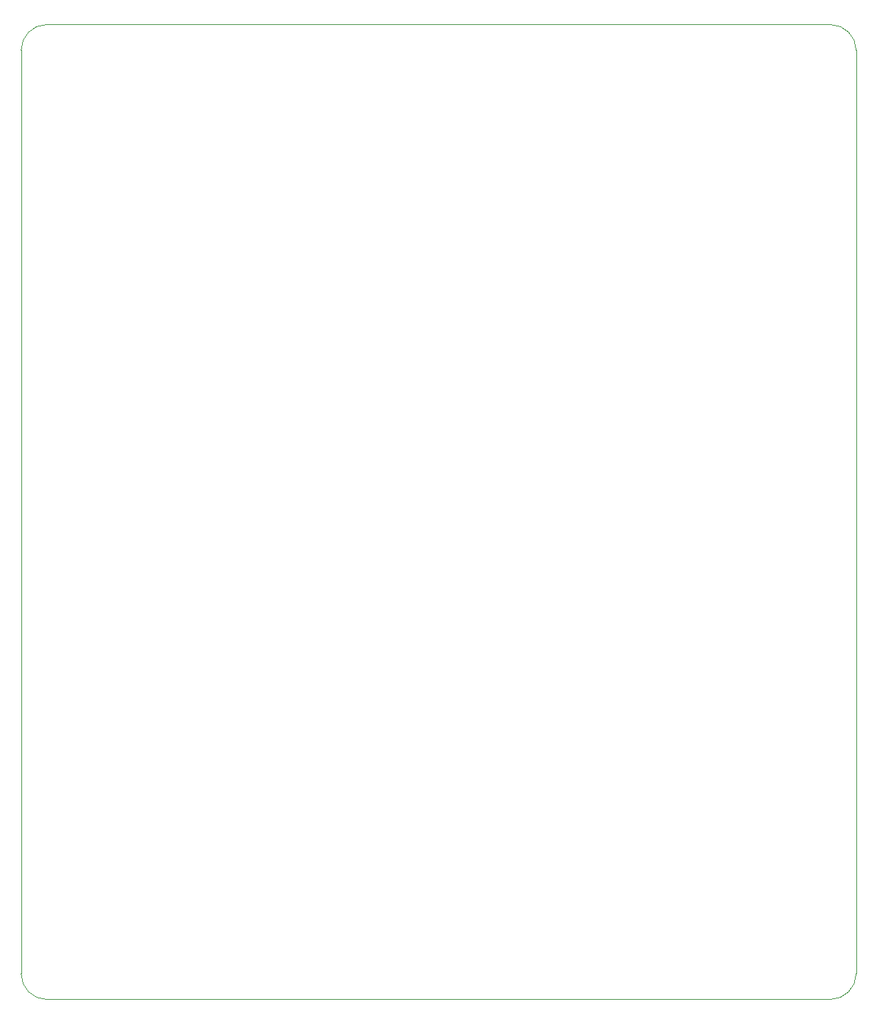
<source format=gbr>
%TF.GenerationSoftware,KiCad,Pcbnew,(5.1.6)-1*%
%TF.CreationDate,2020-06-15T22:18:44+02:00*%
%TF.ProjectId,numpad,6e756d70-6164-42e6-9b69-6361645f7063,rev?*%
%TF.SameCoordinates,Original*%
%TF.FileFunction,Profile,NP*%
%FSLAX46Y46*%
G04 Gerber Fmt 4.6, Leading zero omitted, Abs format (unit mm)*
G04 Created by KiCad (PCBNEW (5.1.6)-1) date 2020-06-15 22:18:44*
%MOMM*%
%LPD*%
G01*
G04 APERTURE LIST*
%TA.AperFunction,Profile*%
%ADD10C,0.050000*%
%TD*%
G04 APERTURE END LIST*
D10*
X83312000Y-159004000D02*
G75*
G02*
X80264000Y-155956000I0J3048000D01*
G01*
X179578000Y-155956000D02*
G75*
G02*
X176530000Y-159004000I-3048000J0D01*
G01*
X176530000Y-43180000D02*
G75*
G02*
X179578000Y-46228000I0J-3048000D01*
G01*
X80264000Y-46228000D02*
G75*
G02*
X83312000Y-43180000I3048000J0D01*
G01*
X80264000Y-155956000D02*
X80264000Y-46228000D01*
X176530000Y-159004000D02*
X83312000Y-159004000D01*
X179578000Y-46228000D02*
X179578000Y-155956000D01*
X83312000Y-43180000D02*
X176530000Y-43180000D01*
M02*

</source>
